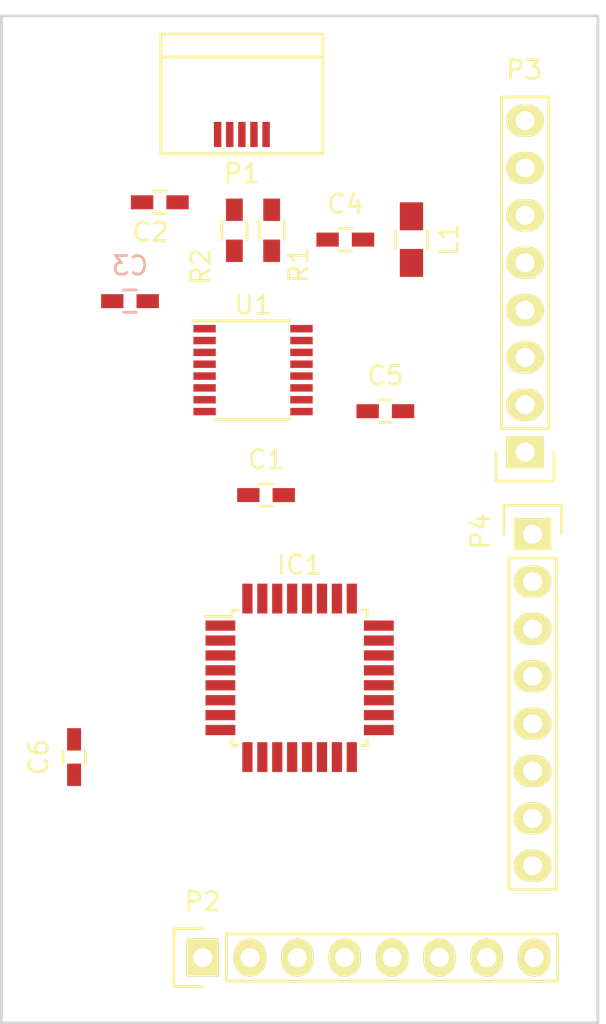
<source format=kicad_pcb>
(kicad_pcb (version 4) (host pcbnew 4.0.4-stable)

  (general
    (links 58)
    (no_connects 0)
    (area 148.924999 76.025 181.675 131.075001)
    (thickness 1.6)
    (drawings 6)
    (tracks 266)
    (zones 0)
    (modules 15)
    (nets 42)
  )

  (page A4)
  (layers
    (0 F.Cu signal)
    (31 B.Cu signal)
    (32 B.Adhes user)
    (33 F.Adhes user)
    (34 B.Paste user)
    (35 F.Paste user)
    (36 B.SilkS user)
    (37 F.SilkS user)
    (38 B.Mask user)
    (39 F.Mask user)
    (40 Dwgs.User user)
    (41 Cmts.User user)
    (42 Eco1.User user)
    (43 Eco2.User user)
    (44 Edge.Cuts user)
    (45 Margin user)
    (46 B.CrtYd user)
    (47 F.CrtYd user)
    (48 B.Fab user)
    (49 F.Fab user)
  )

  (setup
    (last_trace_width 0.25)
    (trace_clearance 0.2)
    (zone_clearance 0.25)
    (zone_45_only no)
    (trace_min 0.2)
    (segment_width 0.2)
    (edge_width 0.15)
    (via_size 0.6)
    (via_drill 0.4)
    (via_min_size 0.4)
    (via_min_drill 0.3)
    (uvia_size 0.3)
    (uvia_drill 0.1)
    (uvias_allowed no)
    (uvia_min_size 0.2)
    (uvia_min_drill 0.1)
    (pcb_text_width 0.3)
    (pcb_text_size 1.5 1.5)
    (mod_edge_width 0.15)
    (mod_text_size 1 1)
    (mod_text_width 0.15)
    (pad_size 1.524 1.524)
    (pad_drill 0.762)
    (pad_to_mask_clearance 0.2)
    (aux_axis_origin 0 0)
    (visible_elements FFFFFF7F)
    (pcbplotparams
      (layerselection 0x010fc_80000001)
      (usegerberextensions false)
      (excludeedgelayer true)
      (linewidth 0.100000)
      (plotframeref false)
      (viasonmask false)
      (mode 1)
      (useauxorigin false)
      (hpglpennumber 1)
      (hpglpenspeed 20)
      (hpglpendiameter 15)
      (hpglpenoverlay 2)
      (psnegative false)
      (psa4output false)
      (plotreference true)
      (plotvalue true)
      (plotinvisibletext false)
      (padsonsilk false)
      (subtractmaskfromsilk false)
      (outputformat 4)
      (mirror false)
      (drillshape 0)
      (scaleselection 1)
      (outputdirectory Outputs/PDF_Plots/))
  )

  (net 0 "")
  (net 1 /5V_USB_FILTERED)
  (net 2 Earth)
  (net 3 "Net-(C2-Pad1)")
  (net 4 "Net-(C3-Pad1)")
  (net 5 "Net-(C4-Pad1)")
  (net 6 "Net-(IC1-Pad1)")
  (net 7 "Net-(IC1-Pad2)")
  (net 8 "Net-(IC1-Pad7)")
  (net 9 "Net-(IC1-Pad8)")
  (net 10 "Net-(IC1-Pad9)")
  (net 11 "Net-(IC1-Pad10)")
  (net 12 "Net-(IC1-Pad11)")
  (net 13 "Net-(IC1-Pad12)")
  (net 14 "Net-(IC1-Pad13)")
  (net 15 "Net-(IC1-Pad14)")
  (net 16 "Net-(IC1-Pad15)")
  (net 17 "Net-(IC1-Pad16)")
  (net 18 "Net-(IC1-Pad17)")
  (net 19 "Net-(IC1-Pad19)")
  (net 20 "Net-(IC1-Pad20)")
  (net 21 "Net-(IC1-Pad22)")
  (net 22 "Net-(IC1-Pad23)")
  (net 23 "Net-(IC1-Pad24)")
  (net 24 "Net-(IC1-Pad25)")
  (net 25 "Net-(IC1-Pad26)")
  (net 26 "Net-(IC1-Pad27)")
  (net 27 "Net-(IC1-Pad28)")
  (net 28 "Net-(IC1-Pad29)")
  (net 29 /FTDI_TX)
  (net 30 /FTDI_RX)
  (net 31 "Net-(IC1-Pad32)")
  (net 32 "Net-(L1-Pad2)")
  (net 33 "Net-(P1-Pad4)")
  (net 34 "Net-(R1-Pad1)")
  (net 35 "Net-(R2-Pad1)")
  (net 36 "Net-(U1-Pad2)")
  (net 37 "Net-(U1-Pad6)")
  (net 38 "Net-(U1-Pad7)")
  (net 39 "Net-(U1-Pad14)")
  (net 40 "Net-(U1-Pad15)")
  (net 41 "Net-(U1-Pad16)")

  (net_class Default "This is the default net class."
    (clearance 0.2)
    (trace_width 0.25)
    (via_dia 0.6)
    (via_drill 0.4)
    (uvia_dia 0.3)
    (uvia_drill 0.1)
    (add_net /5V_USB_FILTERED)
    (add_net /FTDI_RX)
    (add_net /FTDI_TX)
    (add_net Earth)
    (add_net "Net-(C2-Pad1)")
    (add_net "Net-(C3-Pad1)")
    (add_net "Net-(C4-Pad1)")
    (add_net "Net-(IC1-Pad1)")
    (add_net "Net-(IC1-Pad10)")
    (add_net "Net-(IC1-Pad11)")
    (add_net "Net-(IC1-Pad12)")
    (add_net "Net-(IC1-Pad13)")
    (add_net "Net-(IC1-Pad14)")
    (add_net "Net-(IC1-Pad15)")
    (add_net "Net-(IC1-Pad16)")
    (add_net "Net-(IC1-Pad17)")
    (add_net "Net-(IC1-Pad19)")
    (add_net "Net-(IC1-Pad2)")
    (add_net "Net-(IC1-Pad20)")
    (add_net "Net-(IC1-Pad22)")
    (add_net "Net-(IC1-Pad23)")
    (add_net "Net-(IC1-Pad24)")
    (add_net "Net-(IC1-Pad25)")
    (add_net "Net-(IC1-Pad26)")
    (add_net "Net-(IC1-Pad27)")
    (add_net "Net-(IC1-Pad28)")
    (add_net "Net-(IC1-Pad29)")
    (add_net "Net-(IC1-Pad32)")
    (add_net "Net-(IC1-Pad7)")
    (add_net "Net-(IC1-Pad8)")
    (add_net "Net-(IC1-Pad9)")
    (add_net "Net-(L1-Pad2)")
    (add_net "Net-(P1-Pad4)")
    (add_net "Net-(R1-Pad1)")
    (add_net "Net-(R2-Pad1)")
    (add_net "Net-(U1-Pad14)")
    (add_net "Net-(U1-Pad15)")
    (add_net "Net-(U1-Pad16)")
    (add_net "Net-(U1-Pad2)")
    (add_net "Net-(U1-Pad6)")
    (add_net "Net-(U1-Pad7)")
  )

  (module Housings_SSOP:SSOP-16_3.9x4.9mm_Pitch0.635mm (layer F.Cu) (tedit 54130A77) (tstamp 58260DC0)
    (at 162.5 96)
    (descr "SSOP16: plastic shrink small outline package; 16 leads; body width 3.9 mm; lead pitch 0.635; (see NXP SSOP-TSSOP-VSO-REFLOW.pdf and sot519-1_po.pdf)")
    (tags "SSOP 0.635")
    (path /58268294)
    (attr smd)
    (fp_text reference U1 (at 0 -3.5) (layer F.SilkS)
      (effects (font (size 1 1) (thickness 0.15)))
    )
    (fp_text value FT230XS (at 0 3.5) (layer F.Fab)
      (effects (font (size 1 1) (thickness 0.15)))
    )
    (fp_line (start -3.45 -2.75) (end -3.45 2.75) (layer F.CrtYd) (width 0.05))
    (fp_line (start 3.45 -2.75) (end 3.45 2.75) (layer F.CrtYd) (width 0.05))
    (fp_line (start -3.45 -2.75) (end 3.45 -2.75) (layer F.CrtYd) (width 0.05))
    (fp_line (start -3.45 2.75) (end 3.45 2.75) (layer F.CrtYd) (width 0.05))
    (fp_line (start -2 2.6475) (end 2 2.6475) (layer F.SilkS) (width 0.15))
    (fp_line (start -3.275 -2.6475) (end 2 -2.6475) (layer F.SilkS) (width 0.15))
    (pad 1 smd rect (at -2.6 -2.2225) (size 1.2 0.4) (layers F.Cu F.Paste F.Mask)
      (net 29 /FTDI_TX))
    (pad 2 smd rect (at -2.6 -1.5875) (size 1.2 0.4) (layers F.Cu F.Paste F.Mask)
      (net 36 "Net-(U1-Pad2)"))
    (pad 3 smd rect (at -2.6 -0.9525) (size 1.2 0.4) (layers F.Cu F.Paste F.Mask)
      (net 4 "Net-(C3-Pad1)"))
    (pad 4 smd rect (at -2.6 -0.3175) (size 1.2 0.4) (layers F.Cu F.Paste F.Mask)
      (net 30 /FTDI_RX))
    (pad 5 smd rect (at -2.6 0.3175) (size 1.2 0.4) (layers F.Cu F.Paste F.Mask)
      (net 2 Earth))
    (pad 6 smd rect (at -2.6 0.9525) (size 1.2 0.4) (layers F.Cu F.Paste F.Mask)
      (net 37 "Net-(U1-Pad6)"))
    (pad 7 smd rect (at -2.6 1.5875) (size 1.2 0.4) (layers F.Cu F.Paste F.Mask)
      (net 38 "Net-(U1-Pad7)"))
    (pad 8 smd rect (at -2.6 2.2225) (size 1.2 0.4) (layers F.Cu F.Paste F.Mask)
      (net 35 "Net-(R2-Pad1)"))
    (pad 9 smd rect (at 2.6 2.2225) (size 1.2 0.4) (layers F.Cu F.Paste F.Mask)
      (net 34 "Net-(R1-Pad1)"))
    (pad 10 smd rect (at 2.6 1.5875) (size 1.2 0.4) (layers F.Cu F.Paste F.Mask)
      (net 4 "Net-(C3-Pad1)"))
    (pad 11 smd rect (at 2.6 0.9525) (size 1.2 0.4) (layers F.Cu F.Paste F.Mask)
      (net 4 "Net-(C3-Pad1)"))
    (pad 12 smd rect (at 2.6 0.3175) (size 1.2 0.4) (layers F.Cu F.Paste F.Mask)
      (net 1 /5V_USB_FILTERED))
    (pad 13 smd rect (at 2.6 -0.3175) (size 1.2 0.4) (layers F.Cu F.Paste F.Mask)
      (net 2 Earth))
    (pad 14 smd rect (at 2.6 -0.9525) (size 1.2 0.4) (layers F.Cu F.Paste F.Mask)
      (net 39 "Net-(U1-Pad14)"))
    (pad 15 smd rect (at 2.6 -1.5875) (size 1.2 0.4) (layers F.Cu F.Paste F.Mask)
      (net 40 "Net-(U1-Pad15)"))
    (pad 16 smd rect (at 2.6 -2.2225) (size 1.2 0.4) (layers F.Cu F.Paste F.Mask)
      (net 41 "Net-(U1-Pad16)"))
    (model Housings_SSOP.3dshapes/SSOP-16_3.9x4.9mm_Pitch0.635mm.wrl
      (at (xyz 0 0 0))
      (scale (xyz 1 1 1))
      (rotate (xyz 0 0 0))
    )
  )

  (module Capacitors_SMD:C_0603_HandSoldering (layer F.Cu) (tedit 541A9B4D) (tstamp 58260CBA)
    (at 163.2 102.7)
    (descr "Capacitor SMD 0603, hand soldering")
    (tags "capacitor 0603")
    (path /58264F84)
    (attr smd)
    (fp_text reference C1 (at 0 -1.9) (layer F.SilkS)
      (effects (font (size 1 1) (thickness 0.15)))
    )
    (fp_text value "0.1 uF" (at 0 1.9) (layer F.Fab)
      (effects (font (size 1 1) (thickness 0.15)))
    )
    (fp_line (start -1.85 -0.75) (end 1.85 -0.75) (layer F.CrtYd) (width 0.05))
    (fp_line (start -1.85 0.75) (end 1.85 0.75) (layer F.CrtYd) (width 0.05))
    (fp_line (start -1.85 -0.75) (end -1.85 0.75) (layer F.CrtYd) (width 0.05))
    (fp_line (start 1.85 -0.75) (end 1.85 0.75) (layer F.CrtYd) (width 0.05))
    (fp_line (start -0.35 -0.6) (end 0.35 -0.6) (layer F.SilkS) (width 0.15))
    (fp_line (start 0.35 0.6) (end -0.35 0.6) (layer F.SilkS) (width 0.15))
    (pad 1 smd rect (at -0.95 0) (size 1.2 0.75) (layers F.Cu F.Paste F.Mask)
      (net 1 /5V_USB_FILTERED))
    (pad 2 smd rect (at 0.95 0) (size 1.2 0.75) (layers F.Cu F.Paste F.Mask)
      (net 2 Earth))
    (model Capacitors_SMD.3dshapes/C_0603_HandSoldering.wrl
      (at (xyz 0 0 0))
      (scale (xyz 1 1 1))
      (rotate (xyz 0 0 0))
    )
  )

  (module Capacitors_SMD:C_0603_HandSoldering (layer F.Cu) (tedit 541A9B4D) (tstamp 58260CC6)
    (at 157.5 87 180)
    (descr "Capacitor SMD 0603, hand soldering")
    (tags "capacitor 0603")
    (path /582689A2)
    (attr smd)
    (fp_text reference C2 (at 0.5 -1.6 180) (layer F.SilkS)
      (effects (font (size 1 1) (thickness 0.15)))
    )
    (fp_text value "47 pF" (at 0 1.9 180) (layer F.Fab)
      (effects (font (size 1 1) (thickness 0.15)))
    )
    (fp_line (start -1.85 -0.75) (end 1.85 -0.75) (layer F.CrtYd) (width 0.05))
    (fp_line (start -1.85 0.75) (end 1.85 0.75) (layer F.CrtYd) (width 0.05))
    (fp_line (start -1.85 -0.75) (end -1.85 0.75) (layer F.CrtYd) (width 0.05))
    (fp_line (start 1.85 -0.75) (end 1.85 0.75) (layer F.CrtYd) (width 0.05))
    (fp_line (start -0.35 -0.6) (end 0.35 -0.6) (layer F.SilkS) (width 0.15))
    (fp_line (start 0.35 0.6) (end -0.35 0.6) (layer F.SilkS) (width 0.15))
    (pad 1 smd rect (at -0.95 0 180) (size 1.2 0.75) (layers F.Cu F.Paste F.Mask)
      (net 3 "Net-(C2-Pad1)"))
    (pad 2 smd rect (at 0.95 0 180) (size 1.2 0.75) (layers F.Cu F.Paste F.Mask)
      (net 2 Earth))
    (model Capacitors_SMD.3dshapes/C_0603_HandSoldering.wrl
      (at (xyz 0 0 0))
      (scale (xyz 1 1 1))
      (rotate (xyz 0 0 0))
    )
  )

  (module Capacitors_SMD:C_0603_HandSoldering (layer B.Cu) (tedit 541A9B4D) (tstamp 58260CD2)
    (at 155.9 92.3 180)
    (descr "Capacitor SMD 0603, hand soldering")
    (tags "capacitor 0603")
    (path /582687F9)
    (attr smd)
    (fp_text reference C3 (at 0 1.9 180) (layer B.SilkS)
      (effects (font (size 1 1) (thickness 0.15)) (justify mirror))
    )
    (fp_text value "0.1 uF" (at 0 -1.9 180) (layer B.Fab)
      (effects (font (size 1 1) (thickness 0.15)) (justify mirror))
    )
    (fp_line (start -1.85 0.75) (end 1.85 0.75) (layer B.CrtYd) (width 0.05))
    (fp_line (start -1.85 -0.75) (end 1.85 -0.75) (layer B.CrtYd) (width 0.05))
    (fp_line (start -1.85 0.75) (end -1.85 -0.75) (layer B.CrtYd) (width 0.05))
    (fp_line (start 1.85 0.75) (end 1.85 -0.75) (layer B.CrtYd) (width 0.05))
    (fp_line (start -0.35 0.6) (end 0.35 0.6) (layer B.SilkS) (width 0.15))
    (fp_line (start 0.35 -0.6) (end -0.35 -0.6) (layer B.SilkS) (width 0.15))
    (pad 1 smd rect (at -0.95 0 180) (size 1.2 0.75) (layers F.Cu F.Paste F.Mask)
      (net 4 "Net-(C3-Pad1)"))
    (pad 2 smd rect (at 0.95 0 180) (size 1.2 0.75) (layers F.Cu F.Paste F.Mask)
      (net 2 Earth))
    (model Capacitors_SMD.3dshapes/C_0603_HandSoldering.wrl
      (at (xyz 0 0 0))
      (scale (xyz 1 1 1))
      (rotate (xyz 0 0 0))
    )
  )

  (module Capacitors_SMD:C_0603_HandSoldering (layer F.Cu) (tedit 541A9B4D) (tstamp 58260CDE)
    (at 167.45 89)
    (descr "Capacitor SMD 0603, hand soldering")
    (tags "capacitor 0603")
    (path /58268AC7)
    (attr smd)
    (fp_text reference C4 (at 0 -1.9) (layer F.SilkS)
      (effects (font (size 1 1) (thickness 0.15)))
    )
    (fp_text value "47 pF" (at 0 1.9) (layer F.Fab)
      (effects (font (size 1 1) (thickness 0.15)))
    )
    (fp_line (start -1.85 -0.75) (end 1.85 -0.75) (layer F.CrtYd) (width 0.05))
    (fp_line (start -1.85 0.75) (end 1.85 0.75) (layer F.CrtYd) (width 0.05))
    (fp_line (start -1.85 -0.75) (end -1.85 0.75) (layer F.CrtYd) (width 0.05))
    (fp_line (start 1.85 -0.75) (end 1.85 0.75) (layer F.CrtYd) (width 0.05))
    (fp_line (start -0.35 -0.6) (end 0.35 -0.6) (layer F.SilkS) (width 0.15))
    (fp_line (start 0.35 0.6) (end -0.35 0.6) (layer F.SilkS) (width 0.15))
    (pad 1 smd rect (at -0.95 0) (size 1.2 0.75) (layers F.Cu F.Paste F.Mask)
      (net 5 "Net-(C4-Pad1)"))
    (pad 2 smd rect (at 0.95 0) (size 1.2 0.75) (layers F.Cu F.Paste F.Mask)
      (net 2 Earth))
    (model Capacitors_SMD.3dshapes/C_0603_HandSoldering.wrl
      (at (xyz 0 0 0))
      (scale (xyz 1 1 1))
      (rotate (xyz 0 0 0))
    )
  )

  (module Capacitors_SMD:C_0603_HandSoldering (layer F.Cu) (tedit 541A9B4D) (tstamp 58260CEA)
    (at 169.6 98.2)
    (descr "Capacitor SMD 0603, hand soldering")
    (tags "capacitor 0603")
    (path /5826857F)
    (attr smd)
    (fp_text reference C5 (at 0 -1.9) (layer F.SilkS)
      (effects (font (size 1 1) (thickness 0.15)))
    )
    (fp_text value "0.1 uF" (at 0 1.9) (layer F.Fab)
      (effects (font (size 1 1) (thickness 0.15)))
    )
    (fp_line (start -1.85 -0.75) (end 1.85 -0.75) (layer F.CrtYd) (width 0.05))
    (fp_line (start -1.85 0.75) (end 1.85 0.75) (layer F.CrtYd) (width 0.05))
    (fp_line (start -1.85 -0.75) (end -1.85 0.75) (layer F.CrtYd) (width 0.05))
    (fp_line (start 1.85 -0.75) (end 1.85 0.75) (layer F.CrtYd) (width 0.05))
    (fp_line (start -0.35 -0.6) (end 0.35 -0.6) (layer F.SilkS) (width 0.15))
    (fp_line (start 0.35 0.6) (end -0.35 0.6) (layer F.SilkS) (width 0.15))
    (pad 1 smd rect (at -0.95 0) (size 1.2 0.75) (layers F.Cu F.Paste F.Mask)
      (net 4 "Net-(C3-Pad1)"))
    (pad 2 smd rect (at 0.95 0) (size 1.2 0.75) (layers F.Cu F.Paste F.Mask)
      (net 2 Earth))
    (model Capacitors_SMD.3dshapes/C_0603_HandSoldering.wrl
      (at (xyz 0 0 0))
      (scale (xyz 1 1 1))
      (rotate (xyz 0 0 0))
    )
  )

  (module Capacitors_SMD:C_0603_HandSoldering (layer F.Cu) (tedit 541A9B4D) (tstamp 58260CF6)
    (at 152.9 116.75 90)
    (descr "Capacitor SMD 0603, hand soldering")
    (tags "capacitor 0603")
    (path /58268702)
    (attr smd)
    (fp_text reference C6 (at 0 -1.9 90) (layer F.SilkS)
      (effects (font (size 1 1) (thickness 0.15)))
    )
    (fp_text value "0.1 uF" (at 0 1.9 90) (layer F.Fab)
      (effects (font (size 1 1) (thickness 0.15)))
    )
    (fp_line (start -1.85 -0.75) (end 1.85 -0.75) (layer F.CrtYd) (width 0.05))
    (fp_line (start -1.85 0.75) (end 1.85 0.75) (layer F.CrtYd) (width 0.05))
    (fp_line (start -1.85 -0.75) (end -1.85 0.75) (layer F.CrtYd) (width 0.05))
    (fp_line (start 1.85 -0.75) (end 1.85 0.75) (layer F.CrtYd) (width 0.05))
    (fp_line (start -0.35 -0.6) (end 0.35 -0.6) (layer F.SilkS) (width 0.15))
    (fp_line (start 0.35 0.6) (end -0.35 0.6) (layer F.SilkS) (width 0.15))
    (pad 1 smd rect (at -0.95 0 90) (size 1.2 0.75) (layers F.Cu F.Paste F.Mask)
      (net 1 /5V_USB_FILTERED))
    (pad 2 smd rect (at 0.95 0 90) (size 1.2 0.75) (layers F.Cu F.Paste F.Mask)
      (net 2 Earth))
    (model Capacitors_SMD.3dshapes/C_0603_HandSoldering.wrl
      (at (xyz 0 0 0))
      (scale (xyz 1 1 1))
      (rotate (xyz 0 0 0))
    )
  )

  (module Housings_QFP:TQFP-32_7x7mm_Pitch0.8mm (layer F.Cu) (tedit 54130A77) (tstamp 58260D27)
    (at 165 112.5)
    (descr "32-Lead Plastic Thin Quad Flatpack (PT) - 7x7x1.0 mm Body, 2.00 mm [TQFP] (see Microchip Packaging Specification 00000049BS.pdf)")
    (tags "QFP 0.8")
    (path /582649CA)
    (attr smd)
    (fp_text reference IC1 (at 0 -6.05) (layer F.SilkS)
      (effects (font (size 1 1) (thickness 0.15)))
    )
    (fp_text value ATMEGA328P-A (at 0 6.05) (layer F.Fab)
      (effects (font (size 1 1) (thickness 0.15)))
    )
    (fp_line (start -5.3 -5.3) (end -5.3 5.3) (layer F.CrtYd) (width 0.05))
    (fp_line (start 5.3 -5.3) (end 5.3 5.3) (layer F.CrtYd) (width 0.05))
    (fp_line (start -5.3 -5.3) (end 5.3 -5.3) (layer F.CrtYd) (width 0.05))
    (fp_line (start -5.3 5.3) (end 5.3 5.3) (layer F.CrtYd) (width 0.05))
    (fp_line (start -3.625 -3.625) (end -3.625 -3.3) (layer F.SilkS) (width 0.15))
    (fp_line (start 3.625 -3.625) (end 3.625 -3.3) (layer F.SilkS) (width 0.15))
    (fp_line (start 3.625 3.625) (end 3.625 3.3) (layer F.SilkS) (width 0.15))
    (fp_line (start -3.625 3.625) (end -3.625 3.3) (layer F.SilkS) (width 0.15))
    (fp_line (start -3.625 -3.625) (end -3.3 -3.625) (layer F.SilkS) (width 0.15))
    (fp_line (start -3.625 3.625) (end -3.3 3.625) (layer F.SilkS) (width 0.15))
    (fp_line (start 3.625 3.625) (end 3.3 3.625) (layer F.SilkS) (width 0.15))
    (fp_line (start 3.625 -3.625) (end 3.3 -3.625) (layer F.SilkS) (width 0.15))
    (fp_line (start -3.625 -3.3) (end -5.05 -3.3) (layer F.SilkS) (width 0.15))
    (pad 1 smd rect (at -4.25 -2.8) (size 1.6 0.55) (layers F.Cu F.Paste F.Mask)
      (net 6 "Net-(IC1-Pad1)"))
    (pad 2 smd rect (at -4.25 -2) (size 1.6 0.55) (layers F.Cu F.Paste F.Mask)
      (net 7 "Net-(IC1-Pad2)"))
    (pad 3 smd rect (at -4.25 -1.2) (size 1.6 0.55) (layers F.Cu F.Paste F.Mask)
      (net 2 Earth))
    (pad 4 smd rect (at -4.25 -0.4) (size 1.6 0.55) (layers F.Cu F.Paste F.Mask)
      (net 1 /5V_USB_FILTERED))
    (pad 5 smd rect (at -4.25 0.4) (size 1.6 0.55) (layers F.Cu F.Paste F.Mask)
      (net 2 Earth))
    (pad 6 smd rect (at -4.25 1.2) (size 1.6 0.55) (layers F.Cu F.Paste F.Mask)
      (net 1 /5V_USB_FILTERED))
    (pad 7 smd rect (at -4.25 2) (size 1.6 0.55) (layers F.Cu F.Paste F.Mask)
      (net 8 "Net-(IC1-Pad7)"))
    (pad 8 smd rect (at -4.25 2.8) (size 1.6 0.55) (layers F.Cu F.Paste F.Mask)
      (net 9 "Net-(IC1-Pad8)"))
    (pad 9 smd rect (at -2.8 4.25 90) (size 1.6 0.55) (layers F.Cu F.Paste F.Mask)
      (net 10 "Net-(IC1-Pad9)"))
    (pad 10 smd rect (at -2 4.25 90) (size 1.6 0.55) (layers F.Cu F.Paste F.Mask)
      (net 11 "Net-(IC1-Pad10)"))
    (pad 11 smd rect (at -1.2 4.25 90) (size 1.6 0.55) (layers F.Cu F.Paste F.Mask)
      (net 12 "Net-(IC1-Pad11)"))
    (pad 12 smd rect (at -0.4 4.25 90) (size 1.6 0.55) (layers F.Cu F.Paste F.Mask)
      (net 13 "Net-(IC1-Pad12)"))
    (pad 13 smd rect (at 0.4 4.25 90) (size 1.6 0.55) (layers F.Cu F.Paste F.Mask)
      (net 14 "Net-(IC1-Pad13)"))
    (pad 14 smd rect (at 1.2 4.25 90) (size 1.6 0.55) (layers F.Cu F.Paste F.Mask)
      (net 15 "Net-(IC1-Pad14)"))
    (pad 15 smd rect (at 2 4.25 90) (size 1.6 0.55) (layers F.Cu F.Paste F.Mask)
      (net 16 "Net-(IC1-Pad15)"))
    (pad 16 smd rect (at 2.8 4.25 90) (size 1.6 0.55) (layers F.Cu F.Paste F.Mask)
      (net 17 "Net-(IC1-Pad16)"))
    (pad 17 smd rect (at 4.25 2.8) (size 1.6 0.55) (layers F.Cu F.Paste F.Mask)
      (net 18 "Net-(IC1-Pad17)"))
    (pad 18 smd rect (at 4.25 2) (size 1.6 0.55) (layers F.Cu F.Paste F.Mask)
      (net 1 /5V_USB_FILTERED))
    (pad 19 smd rect (at 4.25 1.2) (size 1.6 0.55) (layers F.Cu F.Paste F.Mask)
      (net 19 "Net-(IC1-Pad19)"))
    (pad 20 smd rect (at 4.25 0.4) (size 1.6 0.55) (layers F.Cu F.Paste F.Mask)
      (net 20 "Net-(IC1-Pad20)"))
    (pad 21 smd rect (at 4.25 -0.4) (size 1.6 0.55) (layers F.Cu F.Paste F.Mask)
      (net 2 Earth))
    (pad 22 smd rect (at 4.25 -1.2) (size 1.6 0.55) (layers F.Cu F.Paste F.Mask)
      (net 21 "Net-(IC1-Pad22)"))
    (pad 23 smd rect (at 4.25 -2) (size 1.6 0.55) (layers F.Cu F.Paste F.Mask)
      (net 22 "Net-(IC1-Pad23)"))
    (pad 24 smd rect (at 4.25 -2.8) (size 1.6 0.55) (layers F.Cu F.Paste F.Mask)
      (net 23 "Net-(IC1-Pad24)"))
    (pad 25 smd rect (at 2.8 -4.25 90) (size 1.6 0.55) (layers F.Cu F.Paste F.Mask)
      (net 24 "Net-(IC1-Pad25)"))
    (pad 26 smd rect (at 2 -4.25 90) (size 1.6 0.55) (layers F.Cu F.Paste F.Mask)
      (net 25 "Net-(IC1-Pad26)"))
    (pad 27 smd rect (at 1.2 -4.25 90) (size 1.6 0.55) (layers F.Cu F.Paste F.Mask)
      (net 26 "Net-(IC1-Pad27)"))
    (pad 28 smd rect (at 0.4 -4.25 90) (size 1.6 0.55) (layers F.Cu F.Paste F.Mask)
      (net 27 "Net-(IC1-Pad28)"))
    (pad 29 smd rect (at -0.4 -4.25 90) (size 1.6 0.55) (layers F.Cu F.Paste F.Mask)
      (net 28 "Net-(IC1-Pad29)"))
    (pad 30 smd rect (at -1.2 -4.25 90) (size 1.6 0.55) (layers F.Cu F.Paste F.Mask)
      (net 29 /FTDI_TX))
    (pad 31 smd rect (at -2 -4.25 90) (size 1.6 0.55) (layers F.Cu F.Paste F.Mask)
      (net 30 /FTDI_RX))
    (pad 32 smd rect (at -2.8 -4.25 90) (size 1.6 0.55) (layers F.Cu F.Paste F.Mask)
      (net 31 "Net-(IC1-Pad32)"))
    (model Housings_QFP.3dshapes/TQFP-32_7x7mm_Pitch0.8mm.wrl
      (at (xyz 0 0 0))
      (scale (xyz 1 1 1))
      (rotate (xyz 0 0 0))
    )
  )

  (module Capacitors_SMD:C_0805_HandSoldering (layer F.Cu) (tedit 541A9B8D) (tstamp 58260D33)
    (at 171 89 90)
    (descr "Capacitor SMD 0805, hand soldering")
    (tags "capacitor 0805")
    (path /58264D0A)
    (attr smd)
    (fp_text reference L1 (at 0 2 90) (layer F.SilkS)
      (effects (font (size 1 1) (thickness 0.15)))
    )
    (fp_text value "40 Ohm Ferrite Bead" (at 0 2.1 90) (layer F.Fab)
      (effects (font (size 1 1) (thickness 0.15)))
    )
    (fp_line (start -2.3 -1) (end 2.3 -1) (layer F.CrtYd) (width 0.05))
    (fp_line (start -2.3 1) (end 2.3 1) (layer F.CrtYd) (width 0.05))
    (fp_line (start -2.3 -1) (end -2.3 1) (layer F.CrtYd) (width 0.05))
    (fp_line (start 2.3 -1) (end 2.3 1) (layer F.CrtYd) (width 0.05))
    (fp_line (start 0.5 -0.85) (end -0.5 -0.85) (layer F.SilkS) (width 0.15))
    (fp_line (start -0.5 0.85) (end 0.5 0.85) (layer F.SilkS) (width 0.15))
    (pad 1 smd rect (at -1.25 0 90) (size 1.5 1.25) (layers F.Cu F.Paste F.Mask)
      (net 1 /5V_USB_FILTERED))
    (pad 2 smd rect (at 1.25 0 90) (size 1.5 1.25) (layers F.Cu F.Paste F.Mask)
      (net 32 "Net-(L1-Pad2)"))
    (model Capacitors_SMD.3dshapes/C_0805_HandSoldering.wrl
      (at (xyz 0 0 0))
      (scale (xyz 1 1 1))
      (rotate (xyz 0 0 0))
    )
  )

  (module Connect:USB_Micro-B (layer F.Cu) (tedit 5543E447) (tstamp 58260D49)
    (at 161.9 81.8 180)
    (descr "Micro USB Type B Receptacle")
    (tags "USB USB_B USB_micro USB_OTG")
    (path /58264B1C)
    (attr smd)
    (fp_text reference P1 (at 0 -3.65 180) (layer F.SilkS)
      (effects (font (size 1 1) (thickness 0.15)))
    )
    (fp_text value USB_OTG (at 0 4.8 180) (layer F.Fab)
      (effects (font (size 1 1) (thickness 0.15)))
    )
    (fp_line (start -4.6 -2.8) (end 4.6 -2.8) (layer F.CrtYd) (width 0.05))
    (fp_line (start 4.6 -2.8) (end 4.6 4.05) (layer F.CrtYd) (width 0.05))
    (fp_line (start 4.6 4.05) (end -4.6 4.05) (layer F.CrtYd) (width 0.05))
    (fp_line (start -4.6 4.05) (end -4.6 -2.8) (layer F.CrtYd) (width 0.05))
    (fp_line (start -4.3509 3.81746) (end 4.3491 3.81746) (layer F.SilkS) (width 0.15))
    (fp_line (start -4.3509 -2.58754) (end 4.3491 -2.58754) (layer F.SilkS) (width 0.15))
    (fp_line (start 4.3491 -2.58754) (end 4.3491 3.81746) (layer F.SilkS) (width 0.15))
    (fp_line (start 4.3491 2.58746) (end -4.3509 2.58746) (layer F.SilkS) (width 0.15))
    (fp_line (start -4.3509 3.81746) (end -4.3509 -2.58754) (layer F.SilkS) (width 0.15))
    (pad 1 smd rect (at -1.3009 -1.56254 270) (size 1.35 0.4) (layers F.Cu F.Paste F.Mask)
      (net 32 "Net-(L1-Pad2)"))
    (pad 2 smd rect (at -0.6509 -1.56254 270) (size 1.35 0.4) (layers F.Cu F.Paste F.Mask)
      (net 5 "Net-(C4-Pad1)"))
    (pad 3 smd rect (at -0.0009 -1.56254 270) (size 1.35 0.4) (layers F.Cu F.Paste F.Mask)
      (net 3 "Net-(C2-Pad1)"))
    (pad 4 smd rect (at 0.6491 -1.56254 270) (size 1.35 0.4) (layers F.Cu F.Paste F.Mask)
      (net 33 "Net-(P1-Pad4)"))
    (pad 5 smd rect (at 1.2991 -1.56254 270) (size 1.35 0.4) (layers F.Cu F.Paste F.Mask)
      (net 2 Earth))
  )

  (module Socket_Strips:Socket_Strip_Straight_1x08 (layer F.Cu) (tedit 0) (tstamp 58260D60)
    (at 159.8 127.5)
    (descr "Through hole socket strip")
    (tags "socket strip")
    (path /582663B7)
    (fp_text reference P2 (at 0 -3) (layer F.SilkS)
      (effects (font (size 1 1) (thickness 0.15)))
    )
    (fp_text value CONN_01X08 (at 0 -3.1) (layer F.Fab)
      (effects (font (size 1 1) (thickness 0.15)))
    )
    (fp_line (start -1.75 -1.75) (end -1.75 1.75) (layer F.CrtYd) (width 0.05))
    (fp_line (start 19.55 -1.75) (end 19.55 1.75) (layer F.CrtYd) (width 0.05))
    (fp_line (start -1.75 -1.75) (end 19.55 -1.75) (layer F.CrtYd) (width 0.05))
    (fp_line (start -1.75 1.75) (end 19.55 1.75) (layer F.CrtYd) (width 0.05))
    (fp_line (start 1.27 1.27) (end 19.05 1.27) (layer F.SilkS) (width 0.15))
    (fp_line (start 19.05 1.27) (end 19.05 -1.27) (layer F.SilkS) (width 0.15))
    (fp_line (start 19.05 -1.27) (end 1.27 -1.27) (layer F.SilkS) (width 0.15))
    (fp_line (start -1.55 1.55) (end 0 1.55) (layer F.SilkS) (width 0.15))
    (fp_line (start 1.27 1.27) (end 1.27 -1.27) (layer F.SilkS) (width 0.15))
    (fp_line (start 0 -1.55) (end -1.55 -1.55) (layer F.SilkS) (width 0.15))
    (fp_line (start -1.55 -1.55) (end -1.55 1.55) (layer F.SilkS) (width 0.15))
    (pad 1 thru_hole rect (at 0 0) (size 1.7272 2.032) (drill 1.016) (layers *.Cu *.Mask F.SilkS)
      (net 13 "Net-(IC1-Pad12)"))
    (pad 2 thru_hole oval (at 2.54 0) (size 1.7272 2.032) (drill 1.016) (layers *.Cu *.Mask F.SilkS)
      (net 14 "Net-(IC1-Pad13)"))
    (pad 3 thru_hole oval (at 5.08 0) (size 1.7272 2.032) (drill 1.016) (layers *.Cu *.Mask F.SilkS)
      (net 15 "Net-(IC1-Pad14)"))
    (pad 4 thru_hole oval (at 7.62 0) (size 1.7272 2.032) (drill 1.016) (layers *.Cu *.Mask F.SilkS)
      (net 16 "Net-(IC1-Pad15)"))
    (pad 5 thru_hole oval (at 10.16 0) (size 1.7272 2.032) (drill 1.016) (layers *.Cu *.Mask F.SilkS)
      (net 17 "Net-(IC1-Pad16)"))
    (pad 6 thru_hole oval (at 12.7 0) (size 1.7272 2.032) (drill 1.016) (layers *.Cu *.Mask F.SilkS)
      (net 18 "Net-(IC1-Pad17)"))
    (pad 7 thru_hole oval (at 15.24 0) (size 1.7272 2.032) (drill 1.016) (layers *.Cu *.Mask F.SilkS)
      (net 8 "Net-(IC1-Pad7)"))
    (pad 8 thru_hole oval (at 17.78 0) (size 1.7272 2.032) (drill 1.016) (layers *.Cu *.Mask F.SilkS)
      (net 9 "Net-(IC1-Pad8)"))
    (model Socket_Strips.3dshapes/Socket_Strip_Straight_1x08.wrl
      (at (xyz 0.35 0 0))
      (scale (xyz 1 1 1))
      (rotate (xyz 0 0 180))
    )
  )

  (module Socket_Strips:Socket_Strip_Straight_1x08 (layer F.Cu) (tedit 0) (tstamp 58260D77)
    (at 177.1 100.4 90)
    (descr "Through hole socket strip")
    (tags "socket strip")
    (path /58266430)
    (fp_text reference P3 (at 20.5 -0.05 180) (layer F.SilkS)
      (effects (font (size 1 1) (thickness 0.15)))
    )
    (fp_text value CONN_01X08 (at 0 -3.1 90) (layer F.Fab)
      (effects (font (size 1 1) (thickness 0.15)))
    )
    (fp_line (start -1.75 -1.75) (end -1.75 1.75) (layer F.CrtYd) (width 0.05))
    (fp_line (start 19.55 -1.75) (end 19.55 1.75) (layer F.CrtYd) (width 0.05))
    (fp_line (start -1.75 -1.75) (end 19.55 -1.75) (layer F.CrtYd) (width 0.05))
    (fp_line (start -1.75 1.75) (end 19.55 1.75) (layer F.CrtYd) (width 0.05))
    (fp_line (start 1.27 1.27) (end 19.05 1.27) (layer F.SilkS) (width 0.15))
    (fp_line (start 19.05 1.27) (end 19.05 -1.27) (layer F.SilkS) (width 0.15))
    (fp_line (start 19.05 -1.27) (end 1.27 -1.27) (layer F.SilkS) (width 0.15))
    (fp_line (start -1.55 1.55) (end 0 1.55) (layer F.SilkS) (width 0.15))
    (fp_line (start 1.27 1.27) (end 1.27 -1.27) (layer F.SilkS) (width 0.15))
    (fp_line (start 0 -1.55) (end -1.55 -1.55) (layer F.SilkS) (width 0.15))
    (fp_line (start -1.55 -1.55) (end -1.55 1.55) (layer F.SilkS) (width 0.15))
    (pad 1 thru_hole rect (at 0 0 90) (size 1.7272 2.032) (drill 1.016) (layers *.Cu *.Mask F.SilkS)
      (net 22 "Net-(IC1-Pad23)"))
    (pad 2 thru_hole oval (at 2.54 0 90) (size 1.7272 2.032) (drill 1.016) (layers *.Cu *.Mask F.SilkS)
      (net 23 "Net-(IC1-Pad24)"))
    (pad 3 thru_hole oval (at 5.08 0 90) (size 1.7272 2.032) (drill 1.016) (layers *.Cu *.Mask F.SilkS)
      (net 24 "Net-(IC1-Pad25)"))
    (pad 4 thru_hole oval (at 7.62 0 90) (size 1.7272 2.032) (drill 1.016) (layers *.Cu *.Mask F.SilkS)
      (net 25 "Net-(IC1-Pad26)"))
    (pad 5 thru_hole oval (at 10.16 0 90) (size 1.7272 2.032) (drill 1.016) (layers *.Cu *.Mask F.SilkS)
      (net 26 "Net-(IC1-Pad27)"))
    (pad 6 thru_hole oval (at 12.7 0 90) (size 1.7272 2.032) (drill 1.016) (layers *.Cu *.Mask F.SilkS)
      (net 27 "Net-(IC1-Pad28)"))
    (pad 7 thru_hole oval (at 15.24 0 90) (size 1.7272 2.032) (drill 1.016) (layers *.Cu *.Mask F.SilkS)
      (net 28 "Net-(IC1-Pad29)"))
    (pad 8 thru_hole oval (at 17.78 0 90) (size 1.7272 2.032) (drill 1.016) (layers *.Cu *.Mask F.SilkS)
      (net 29 /FTDI_TX))
    (model Socket_Strips.3dshapes/Socket_Strip_Straight_1x08.wrl
      (at (xyz 0.35 0 0))
      (scale (xyz 1 1 1))
      (rotate (xyz 0 0 180))
    )
  )

  (module Socket_Strips:Socket_Strip_Straight_1x08 (layer F.Cu) (tedit 0) (tstamp 58260D8E)
    (at 177.5 104.8 270)
    (descr "Through hole socket strip")
    (tags "socket strip")
    (path /5826647A)
    (fp_text reference P4 (at -0.15 2.8 270) (layer F.SilkS)
      (effects (font (size 1 1) (thickness 0.15)))
    )
    (fp_text value CONN_01X08 (at 0 -3.1 270) (layer F.Fab)
      (effects (font (size 1 1) (thickness 0.15)))
    )
    (fp_line (start -1.75 -1.75) (end -1.75 1.75) (layer F.CrtYd) (width 0.05))
    (fp_line (start 19.55 -1.75) (end 19.55 1.75) (layer F.CrtYd) (width 0.05))
    (fp_line (start -1.75 -1.75) (end 19.55 -1.75) (layer F.CrtYd) (width 0.05))
    (fp_line (start -1.75 1.75) (end 19.55 1.75) (layer F.CrtYd) (width 0.05))
    (fp_line (start 1.27 1.27) (end 19.05 1.27) (layer F.SilkS) (width 0.15))
    (fp_line (start 19.05 1.27) (end 19.05 -1.27) (layer F.SilkS) (width 0.15))
    (fp_line (start 19.05 -1.27) (end 1.27 -1.27) (layer F.SilkS) (width 0.15))
    (fp_line (start -1.55 1.55) (end 0 1.55) (layer F.SilkS) (width 0.15))
    (fp_line (start 1.27 1.27) (end 1.27 -1.27) (layer F.SilkS) (width 0.15))
    (fp_line (start 0 -1.55) (end -1.55 -1.55) (layer F.SilkS) (width 0.15))
    (fp_line (start -1.55 -1.55) (end -1.55 1.55) (layer F.SilkS) (width 0.15))
    (pad 1 thru_hole rect (at 0 0 270) (size 1.7272 2.032) (drill 1.016) (layers *.Cu *.Mask F.SilkS)
      (net 30 /FTDI_RX))
    (pad 2 thru_hole oval (at 2.54 0 270) (size 1.7272 2.032) (drill 1.016) (layers *.Cu *.Mask F.SilkS)
      (net 31 "Net-(IC1-Pad32)"))
    (pad 3 thru_hole oval (at 5.08 0 270) (size 1.7272 2.032) (drill 1.016) (layers *.Cu *.Mask F.SilkS)
      (net 6 "Net-(IC1-Pad1)"))
    (pad 4 thru_hole oval (at 7.62 0 270) (size 1.7272 2.032) (drill 1.016) (layers *.Cu *.Mask F.SilkS)
      (net 7 "Net-(IC1-Pad2)"))
    (pad 5 thru_hole oval (at 10.16 0 270) (size 1.7272 2.032) (drill 1.016) (layers *.Cu *.Mask F.SilkS)
      (net 10 "Net-(IC1-Pad9)"))
    (pad 6 thru_hole oval (at 12.7 0 270) (size 1.7272 2.032) (drill 1.016) (layers *.Cu *.Mask F.SilkS)
      (net 11 "Net-(IC1-Pad10)"))
    (pad 7 thru_hole oval (at 15.24 0 270) (size 1.7272 2.032) (drill 1.016) (layers *.Cu *.Mask F.SilkS)
      (net 12 "Net-(IC1-Pad11)"))
    (pad 8 thru_hole oval (at 17.78 0 270) (size 1.7272 2.032) (drill 1.016) (layers *.Cu *.Mask F.SilkS)
      (net 2 Earth))
    (model Socket_Strips.3dshapes/Socket_Strip_Straight_1x08.wrl
      (at (xyz 0.35 0 0))
      (scale (xyz 1 1 1))
      (rotate (xyz 0 0 180))
    )
  )

  (module Resistors_SMD:R_0603_HandSoldering (layer F.Cu) (tedit 5418A00F) (tstamp 58260D9A)
    (at 163.5 88.5 90)
    (descr "Resistor SMD 0603, hand soldering")
    (tags "resistor 0603")
    (path /582688A8)
    (attr smd)
    (fp_text reference R1 (at -1.85 1.45 270) (layer F.SilkS)
      (effects (font (size 1 1) (thickness 0.15)))
    )
    (fp_text value 27 (at 0 1.9 90) (layer F.Fab)
      (effects (font (size 1 1) (thickness 0.15)))
    )
    (fp_line (start -2 -0.8) (end 2 -0.8) (layer F.CrtYd) (width 0.05))
    (fp_line (start -2 0.8) (end 2 0.8) (layer F.CrtYd) (width 0.05))
    (fp_line (start -2 -0.8) (end -2 0.8) (layer F.CrtYd) (width 0.05))
    (fp_line (start 2 -0.8) (end 2 0.8) (layer F.CrtYd) (width 0.05))
    (fp_line (start 0.5 0.675) (end -0.5 0.675) (layer F.SilkS) (width 0.15))
    (fp_line (start -0.5 -0.675) (end 0.5 -0.675) (layer F.SilkS) (width 0.15))
    (pad 1 smd rect (at -1.1 0 90) (size 1.2 0.9) (layers F.Cu F.Paste F.Mask)
      (net 34 "Net-(R1-Pad1)"))
    (pad 2 smd rect (at 1.1 0 90) (size 1.2 0.9) (layers F.Cu F.Paste F.Mask)
      (net 5 "Net-(C4-Pad1)"))
    (model Resistors_SMD.3dshapes/R_0603_HandSoldering.wrl
      (at (xyz 0 0 0))
      (scale (xyz 1 1 1))
      (rotate (xyz 0 0 0))
    )
  )

  (module Resistors_SMD:R_0603_HandSoldering (layer F.Cu) (tedit 5418A00F) (tstamp 58260DA6)
    (at 161.5 88.5 90)
    (descr "Resistor SMD 0603, hand soldering")
    (tags "resistor 0603")
    (path /58268C5A)
    (attr smd)
    (fp_text reference R2 (at -1.95 -1.8 90) (layer F.SilkS)
      (effects (font (size 1 1) (thickness 0.15)))
    )
    (fp_text value 27 (at 0 1.9 90) (layer F.Fab)
      (effects (font (size 1 1) (thickness 0.15)))
    )
    (fp_line (start -2 -0.8) (end 2 -0.8) (layer F.CrtYd) (width 0.05))
    (fp_line (start -2 0.8) (end 2 0.8) (layer F.CrtYd) (width 0.05))
    (fp_line (start -2 -0.8) (end -2 0.8) (layer F.CrtYd) (width 0.05))
    (fp_line (start 2 -0.8) (end 2 0.8) (layer F.CrtYd) (width 0.05))
    (fp_line (start 0.5 0.675) (end -0.5 0.675) (layer F.SilkS) (width 0.15))
    (fp_line (start -0.5 -0.675) (end 0.5 -0.675) (layer F.SilkS) (width 0.15))
    (pad 1 smd rect (at -1.1 0 90) (size 1.2 0.9) (layers F.Cu F.Paste F.Mask)
      (net 35 "Net-(R2-Pad1)"))
    (pad 2 smd rect (at 1.1 0 90) (size 1.2 0.9) (layers F.Cu F.Paste F.Mask)
      (net 3 "Net-(C2-Pad1)"))
    (model Resistors_SMD.3dshapes/R_0603_HandSoldering.wrl
      (at (xyz 0 0 0))
      (scale (xyz 1 1 1))
      (rotate (xyz 0 0 0))
    )
  )

  (gr_line (start 181 80) (end 181 77) (layer Edge.Cuts) (width 0.15))
  (gr_line (start 149 80) (end 149 77) (layer Edge.Cuts) (width 0.15))
  (gr_line (start 149 131) (end 149 80) (layer Edge.Cuts) (width 0.15))
  (gr_line (start 181 131) (end 149 131) (layer Edge.Cuts) (width 0.15))
  (gr_line (start 181 80) (end 181 131) (layer Edge.Cuts) (width 0.15))
  (gr_line (start 149 77) (end 181 77) (layer Edge.Cuts) (width 0.15))

)

</source>
